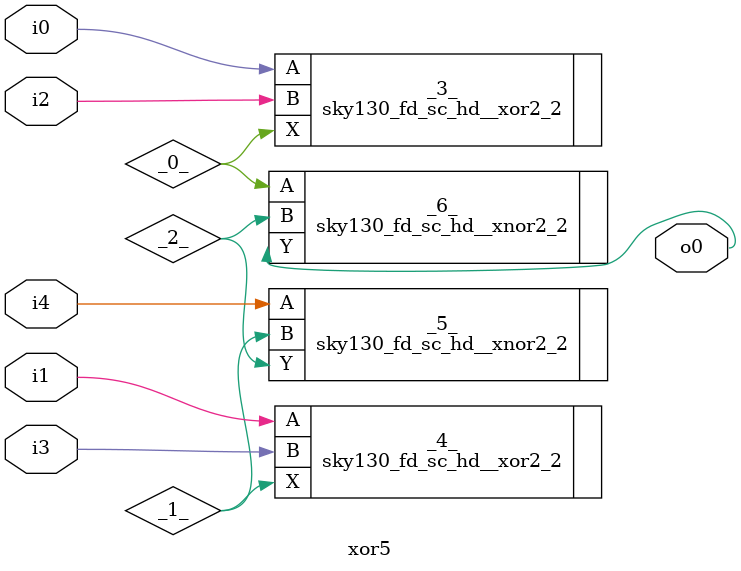
<source format=v>
/* Generated by Yosys 0.46 (git sha1 e97731b9dda91fa5fa53ed87df7c34163ba59a41, clang++ 17.0.6 -fPIC -O3) */

module xor5(i0, i1, i2, i3, i4, o0);
  wire _0_;
  wire _1_;
  wire _2_;
  input i0;
  wire i0;
  input i1;
  wire i1;
  input i2;
  wire i2;
  input i3;
  wire i3;
  input i4;
  wire i4;
  output o0;
  wire o0;
  sky130_fd_sc_hd__xor2_2 _3_ (
    .A(i0),
    .B(i2),
    .X(_0_)
  );
  sky130_fd_sc_hd__xor2_2 _4_ (
    .A(i1),
    .B(i3),
    .X(_1_)
  );
  sky130_fd_sc_hd__xnor2_2 _5_ (
    .A(i4),
    .B(_1_),
    .Y(_2_)
  );
  sky130_fd_sc_hd__xnor2_2 _6_ (
    .A(_0_),
    .B(_2_),
    .Y(o0)
  );
endmodule

</source>
